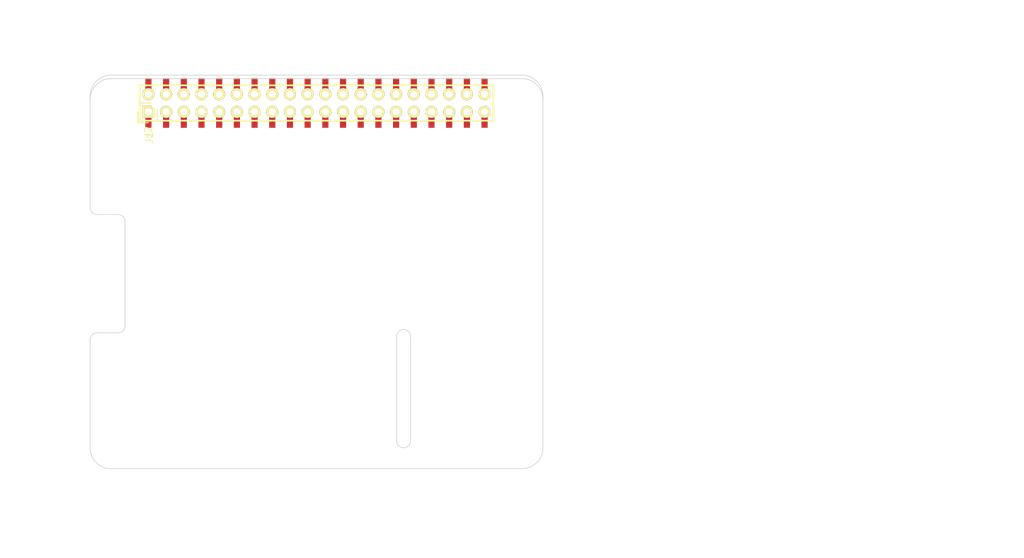
<source format=kicad_pcb>
(kicad_pcb (version 20211014) (generator pcbnew)
  (layers (0 "F.Cu" signal) (31 "B.Cu" signal) (34 "B.Paste" user) (35 "F.Paste" user) (36 "B.SilkS" user "B.Silkscreen") (37 "F.SilkS" user "F.Silkscreen") (38 "B.Mask" user) (39 "F.Mask" user) (44 "Edge.Cuts" user))
  (net 0 "")
  (net 1 "Net-(J1-Pad34)")
  (net 2 "Net-(J1-Pad36)")
  (net 3 "Net-(J1-Pad40)")
  (net 4 "Net-(J1-Pad38)")
  (net 5 "Net-(J1-Pad18)")
  (net 6 "Net-(J1-Pad20)")
  (net 7 "Net-(J1-Pad24)")
  (net 8 "Net-(J1-Pad22)")
  (net 9 "Net-(J1-Pad30)")
  (net 10 "Net-(J1-Pad32)")
  (net 11 "Net-(J1-Pad28)")
  (net 12 "Net-(J1-Pad26)")
  (net 13 "Net-(J1-Pad10)")
  (net 14 "Net-(J1-Pad12)")
  (net 15 "Net-(J1-Pad16)")
  (net 16 "Net-(J1-Pad14)")
  (net 17 "Net-(J1-Pad6)")
  (net 18 "Net-(J1-Pad8)")
  (net 19 "Net-(J1-Pad4)")
  (net 20 "Net-(J1-Pad2)")
  (net 21 "Net-(J1-Pad39)")
  (net 22 "Net-(J1-Pad37)")
  (net 23 "Net-(J1-Pad33)")
  (net 24 "Net-(J1-Pad35)")
  (net 25 "Net-(J1-Pad27)")
  (net 26 "Net-(J1-Pad25)")
  (net 27 "Net-(J1-Pad29)")
  (net 28 "Net-(J1-Pad31)")
  (net 29 "Net-(J1-Pad23)")
  (net 30 "Net-(J1-Pad21)")
  (net 31 "Net-(J1-Pad17)")
  (net 32 "Net-(J1-Pad19)")
  (net 33 "Net-(J1-Pad3)")
  (net 34 "Net-(J1-Pad1)")
  (net 35 "Net-(J1-Pad5)")
  (net 36 "Net-(J1-Pad7)")
  (net 37 "Net-(J1-Pad15)")
  (net 38 "Net-(J1-Pad13)")
  (net 39 "Net-(J1-Pad9)")
  (net 40 "Net-(J1-Pad11)")
  (net 41 "Net-(J2-Pad1)")
  (net 42 "Net-(J2-Pad2)")
  (net 43 "Net-(J2-Pad3)")
  (net 44 "Net-(J2-Pad4)")
  (net 45 "Net-(J2-Pad5)")
  (net 46 "Net-(J2-Pad6)")
  (net 47 "Net-(J2-Pad7)")
  (net 48 "Net-(J2-Pad8)")
  (net 49 "Net-(J2-Pad9)")
  (net 50 "Net-(J2-Pad10)")
  (net 51 "Net-(J2-Pad11)")
  (net 52 "Net-(J2-Pad12)")
  (net 53 "Net-(J2-Pad13)")
  (net 54 "Net-(J2-Pad14)")
  (net 55 "Net-(J2-Pad15)")
  (net 56 "Net-(J2-Pad16)")
  (net 57 "Net-(J2-Pad17)")
  (net 58 "Net-(J2-Pad18)")
  (net 59 "Net-(J2-Pad19)")
  (net 60 "Net-(J2-Pad20)")
  (net 61 "Net-(J2-Pad21)")
  (net 62 "Net-(J2-Pad22)")
  (net 63 "Net-(J2-Pad23)")
  (net 64 "Net-(J2-Pad24)")
  (net 65 "Net-(J2-Pad25)")
  (net 66 "Net-(J2-Pad26)")
  (net 67 "Net-(J2-Pad27)")
  (net 68 "Net-(J2-Pad28)")
  (net 69 "Net-(J2-Pad29)")
  (net 70 "Net-(J2-Pad30)")
  (net 71 "Net-(J2-Pad31)")
  (net 72 "Net-(J2-Pad32)")
  (net 73 "Net-(J2-Pad33)")
  (net 74 "Net-(J2-Pad34)")
  (net 75 "Net-(J2-Pad35)")
  (net 76 "Net-(J2-Pad36)")
  (net 77 "Net-(J2-Pad37)")
  (net 78 "Net-(J2-Pad38)")
  (net 79 "Net-(J2-Pad39)")
  (net 80 "Net-(J2-Pad40)")
  (footprint "RPi_Hat:RPi_Hat_Mounting_Hole" (layer "F.Cu") (at 182.67 77.47)
    (fp_text reference "" hide)
    (fp_text value "" hide)
    (pad "" np_thru_hole circle locked (at 0 0) (size 2.75 2.75) (drill 2.75) (layers *.Cu *.Mask) (clearance 1.725))
  )
  (footprint "RPi_Hat:RPi_Hat_Mounting_Hole" (layer "F.Cu") (at 124.67 77.47)
    (fp_text reference "" hide)
    (fp_text value "" hide)
    (pad "" np_thru_hole circle locked (at 0 0) (size 2.75 2.75) (drill 2.75) (layers *.Cu *.Mask) (clearance 1.725))
  )
  (footprint "RPi_Hat:RPi_Hat_Mounting_Hole" (layer "F.Cu") (at 124.67 126.47)
    (fp_text reference "" hide)
    (fp_text value "" hide)
    (pad "" np_thru_hole circle locked (at 0 0) (size 2.75 2.75) (drill 2.75) (layers *.Cu *.Mask) (clearance 1.725))
  )
  (footprint "RPi_Hat:RPi_Hat_Mounting_Hole" (layer "F.Cu") (at 182.67 126.47)
    (fp_text reference "" hide)
    (fp_text value "" hide)
    (pad "" np_thru_hole circle locked (at 0 0) (size 2.75 2.75) (drill 2.75) (layers *.Cu *.Mask) (clearance 1.725))
  )
  (footprint "RPi_Hat:Pin_Header_Straight_2x20" (layer "F.Cu") (at 153.67 77.47 90)
    (fp_text reference "J2" (at -4.191 -24.13 270) (layer "F.SilkS"))
    (fp_text value "RPi_GPIO")
    (fp_line (start 2.54 -25.4) (end 0 -25.4) (layer "F.SilkS") (width 0.15))
    (fp_line (start 2.54 25.4) (end -2.54 25.4) (layer "F.SilkS") (width 0.15))
    (fp_line (start -2.54 -22.86) (end -2.54 25.4) (layer "F.SilkS") (width 0.15))
    (fp_line (start -1.27 -25.68) (end -2.82 -25.68) (layer "F.SilkS") (width 0.15))
    (fp_line (start 0 -25.4) (end 0 -22.86) (layer "F.SilkS") (width 0.15))
    (fp_line (start 0 -22.86) (end -2.54 -22.86) (layer "F.SilkS") (width 0.15))
    (fp_line (start 2.54 25.4) (end 2.54 -25.4) (layer "F.SilkS") (width 0.15))
    (fp_line (start -2.82 -25.68) (end -2.82 -24.13) (layer "F.SilkS") (width 0.15))
    (pad "1" thru_hole rect locked (at -1.27 -24.13 90) (size 1.7272 1.7272) (drill 1.016) (layers *.Cu *.Mask "F.SilkS") (net 41 "Net-(J2-Pad1)"))
    (pad "2" thru_hole oval locked (at 1.27 -24.13 90) (size 1.7272 1.7272) (drill 1.016) (layers *.Cu *.Mask "F.SilkS") (net 42 "Net-(J2-Pad2)"))
    (pad "3" thru_hole oval locked (at -1.27 -21.59 90) (size 1.7272 1.7272) (drill 1.016) (layers *.Cu *.Mask "F.SilkS") (net 43 "Net-(J2-Pad3)"))
    (pad "4" thru_hole oval locked (at 1.27 -21.59 90) (size 1.7272 1.7272) (drill 1.016) (layers *.Cu *.Mask "F.SilkS") (net 44 "Net-(J2-Pad4)"))
    (pad "5" thru_hole oval locked (at -1.27 -19.05 90) (size 1.7272 1.7272) (drill 1.016) (layers *.Cu *.Mask "F.SilkS") (net 45 "Net-(J2-Pad5)"))
    (pad "6" thru_hole oval locked (at 1.27 -19.05 90) (size 1.7272 1.7272) (drill 1.016) (layers *.Cu *.Mask "F.SilkS") (net 46 "Net-(J2-Pad6)"))
    (pad "7" thru_hole oval locked (at -1.27 -16.51 90) (size 1.7272 1.7272) (drill 1.016) (layers *.Cu *.Mask "F.SilkS") (net 47 "Net-(J2-Pad7)"))
    (pad "8" thru_hole oval locked (at 1.27 -16.51 90) (size 1.7272 1.7272) (drill 1.016) (layers *.Cu *.Mask "F.SilkS") (net 48 "Net-(J2-Pad8)"))
    (pad "9" thru_hole oval locked (at -1.27 -13.97 90) (size 1.7272 1.7272) (drill 1.016) (layers *.Cu *.Mask "F.SilkS") (net 49 "Net-(J2-Pad9)"))
    (pad "10" thru_hole oval locked (at 1.27 -13.97 90) (size 1.7272 1.7272) (drill 1.016) (layers *.Cu *.Mask "F.SilkS") (net 50 "Net-(J2-Pad10)"))
    (pad "11" thru_hole oval locked (at -1.27 -11.43 90) (size 1.7272 1.7272) (drill 1.016) (layers *.Cu *.Mask "F.SilkS") (net 51 "Net-(J2-Pad11)"))
    (pad "12" thru_hole oval locked (at 1.27 -11.43 90) (size 1.7272 1.7272) (drill 1.016) (layers *.Cu *.Mask "F.SilkS") (net 52 "Net-(J2-Pad12)"))
    (pad "13" thru_hole oval locked (at -1.27 -8.89 90) (size 1.7272 1.7272) (drill 1.016) (layers *.Cu *.Mask "F.SilkS") (net 53 "Net-(J2-Pad13)"))
    (pad "14" thru_hole oval locked (at 1.27 -8.89 90) (size 1.7272 1.7272) (drill 1.016) (layers *.Cu *.Mask "F.SilkS") (net 54 "Net-(J2-Pad14)"))
    (pad "15" thru_hole oval locked (at -1.27 -6.35 90) (size 1.7272 1.7272) (drill 1.016) (layers *.Cu *.Mask "F.SilkS") (net 55 "Net-(J2-Pad15)"))
    (pad "16" thru_hole oval locked (at 1.27 -6.35 90) (size 1.7272 1.7272) (drill 1.016) (layers *.Cu *.Mask "F.SilkS") (net 56 "Net-(J2-Pad16)"))
    (pad "17" thru_hole oval locked (at -1.27 -3.81 90) (size 1.7272 1.7272) (drill 1.016) (layers *.Cu *.Mask "F.SilkS") (net 57 "Net-(J2-Pad17)"))
    (pad "18" thru_hole oval locked (at 1.27 -3.81 90) (size 1.7272 1.7272) (drill 1.016) (layers *.Cu *.Mask "F.SilkS") (net 58 "Net-(J2-Pad18)"))
    (pad "19" thru_hole oval locked (at -1.27 -1.27 90) (size 1.7272 1.7272) (drill 1.016) (layers *.Cu *.Mask "F.SilkS") (net 59 "Net-(J2-Pad19)"))
    (pad "20" thru_hole oval locked (at 1.27 -1.27 90) (size 1.7272 1.7272) (drill 1.016) (layers *.Cu *.Mask "F.SilkS") (net 60 "Net-(J2-Pad20)"))
    (pad "21" thru_hole oval locked (at -1.27 1.27 90) (size 1.7272 1.7272) (drill 1.016) (layers *.Cu *.Mask "F.SilkS") (net 61 "Net-(J2-Pad21)"))
    (pad "22" thru_hole oval locked (at 1.27 1.27 90) (size 1.7272 1.7272) (drill 1.016) (layers *.Cu *.Mask "F.SilkS") (net 62 "Net-(J2-Pad22)"))
    (pad "23" thru_hole oval locked (at -1.27 3.81 90) (size 1.7272 1.7272) (drill 1.016) (layers *.Cu *.Mask "F.SilkS") (net 63 "Net-(J2-Pad23)"))
    (pad "24" thru_hole oval locked (at 1.27 3.81 90) (size 1.7272 1.7272) (drill 1.016) (layers *.Cu *.Mask "F.SilkS") (net 64 "Net-(J2-Pad24)"))
    (pad "25" thru_hole oval locked (at -1.27 6.35 90) (size 1.7272 1.7272) (drill 1.016) (layers *.Cu *.Mask "F.SilkS") (net 65 "Net-(J2-Pad25)"))
    (pad "26" thru_hole oval locked (at 1.27 6.35 90) (size 1.7272 1.7272) (drill 1.016) (layers *.Cu *.Mask "F.SilkS") (net 66 "Net-(J2-Pad26)"))
    (pad "27" thru_hole oval locked (at -1.27 8.89 90) (size 1.7272 1.7272) (drill 1.016) (layers *.Cu *.Mask "F.SilkS") (net 67 "Net-(J2-Pad27)"))
    (pad "28" thru_hole oval locked (at 1.27 8.89 90) (size 1.7272 1.7272) (drill 1.016) (layers *.Cu *.Mask "F.SilkS") (net 68 "Net-(J2-Pad28)"))
    (pad "29" thru_hole oval locked (at -1.27 11.43 90) (size 1.7272 1.7272) (drill 1.016) (layers *.Cu *.Mask "F.SilkS") (net 69 "Net-(J2-Pad29)"))
    (pad "30" thru_hole oval locked (at 1.27 11.43 90) (size 1.7272 1.7272) (drill 1.016) (layers *.Cu *.Mask "F.SilkS") (net 70 "Net-(J2-Pad30)"))
    (pad "31" thru_hole oval locked (at -1.27 13.97 90) (size 1.7272 1.7272) (drill 1.016) (layers *.Cu *.Mask "F.SilkS") (net 71 "Net-(J2-Pad31)"))
    (pad "32" thru_hole oval locked (at 1.27 13.97 90) (size 1.7272 1.7272) (drill 1.016) (layers *.Cu *.Mask "F.SilkS") (net 72 "Net-(J2-Pad32)"))
    (pad "33" thru_hole oval locked (at -1.27 16.51 90) (size 1.7272 1.7272) (drill 1.016) (layers *.Cu *.Mask "F.SilkS") (net 73 "Net-(J2-Pad33)"))
    (pad "34" thru_hole oval locked (at 1.27 16.51 90) (size 1.7272 1.7272) (drill 1.016) (layers *.Cu *.Mask "F.SilkS") (net 74 "Net-(J2-Pad34)"))
    (pad "35" thru_hole oval locked (at -1.27 19.05 90) (size 1.7272 1.7272) (drill 1.016) (layers *.Cu *.Mask "F.SilkS") (net 75 "Net-(J2-Pad35)"))
    (pad "36" thru_hole oval locked (at 1.27 19.05 90) (size 1.7272 1.7272) (drill 1.016) (layers *.Cu *.Mask "F.SilkS") (net 76 "Net-(J2-Pad36)"))
    (pad "37" thru_hole oval locked (at -1.27 21.59 90) (size 1.7272 1.7272) (drill 1.016) (layers *.Cu *.Mask "F.SilkS") (net 77 "Net-(J2-Pad37)"))
    (pad "38" thru_hole oval locked (at 1.27 21.59 90) (size 1.7272 1.7272) (drill 1.016) (layers *.Cu *.Mask "F.SilkS") (net 78 "Net-(J2-Pad38)"))
    (pad "39" thru_hole oval locked (at -1.27 24.13 90) (size 1.7272 1.7272) (drill 1.016) (layers *.Cu *.Mask "F.SilkS") (net 79 "Net-(J2-Pad39)"))
    (pad "40" thru_hole oval locked (at 1.27 24.13 90) (size 1.7272 1.7272) (drill 1.016) (layers *.Cu *.Mask "F.SilkS") (net 80 "Net-(J2-Pad40)"))
  )
  (footprint "RPi_Hat:Samtec_HLE-120-02-XXX-DV-BE-XX-XX" (layer "F.Cu") (at 153.67 77.47 90)
    (fp_text reference "J1" (at -5 -24 90) (layer "F.SilkS"))
    (fp_text value "RPi_GPIO")
    (fp_line (start 2.54 25.4) (end -2.54 25.4) (layer "F.SilkS") (width 0.254))
    (fp_line (start 2.54 -25.4) (end 2.54 25.4) (layer "F.SilkS") (width 0.254))
    (fp_line (start -2.54 -25.4) (end 2.54 -25.4) (layer "F.SilkS") (width 0.254))
    (fp_line (start -2.54 25.4) (end -2.54 -25.4) (layer "F.SilkS") (width 0.254))
    (pad "" np_thru_hole circle locked (at 1.27 6.35) (size 0.9652 0.9652) (drill 0.9652) (layers *.Cu *.Mask "F.SilkS"))
    (pad "" np_thru_hole circle locked (at -1.27 16.51) (size 0.9652 0.9652) (drill 0.9652) (layers *.Cu *.Mask "F.SilkS"))
    (pad "" np_thru_hole circle locked (at -1.27 -16.51) (size 0.9652 0.9652) (drill 0.9652) (layers *.Cu *.Mask "F.SilkS"))
    (pad "" np_thru_hole circle locked (at 1.27 8.89) (size 0.9652 0.9652) (drill 0.9652) (layers *.Cu *.Mask "F.SilkS"))
    (pad "" np_thru_hole circle locked (at 0 -22.86) (size 1.778 1.778) (drill 1.778) (layers *.Cu *.Mask "F.SilkS"))
    (pad "" np_thru_hole circle locked (at -1.27 8.89) (size 0.9652 0.9652) (drill 0.9652) (layers *.Cu *.Mask "F.SilkS"))
    (pad "" np_thru_hole circle locked (at 1.27 3.81) (size 0.9652 0.9652) (drill 0.9652) (layers *.Cu *.Mask "F.SilkS"))
    (pad "" np_thru_hole circle locked (at -1.27 19.05) (size 0.9652 0.9652) (drill 0.9652) (layers *.Cu *.Mask "F.SilkS"))
    (pad "" np_thru_hole circle locked (at 1.27 -6.35) (size 0.9652 0.9652) (drill 0.9652) (layers *.Cu *.Mask "F.SilkS"))
    (pad "" np_thru_hole circle locked (at 1.27 -13.97) (size 0.9652 0.9652) (drill 0.9652) (layers *.Cu *.Mask "F.SilkS"))
    (pad "" np_thru_hole circle locked (at 1.27 -21.59) (size 0.9652 0.9652) (drill 0.9652) (layers *.Cu *.Mask "F.SilkS"))
    (pad "" np_thru_hole circle locked (at 1.27 24.13) (size 0.9652 0.9652) (drill 0.9652) (layers *.Cu *.Mask "F.SilkS"))
    (pad "" np_thru_hole circle locked (at 1.27 -19.05) (size 0.9652 0.9652) (drill 0.9652) (layers *.Cu *.Mask "F.SilkS"))
    (pad "" np_thru_hole circle locked (at -1.27 -1.27) (size 0.9652 0.9652) (drill 0.9652) (layers *.Cu *.Mask "F.SilkS"))
    (pad "" np_thru_hole circle locked (at -1.27 -11.43) (size 0.9652 0.9652) (drill 0.9652) (layers *.Cu *.Mask "F.SilkS"))
    (pad "" np_thru_hole circle locked (at 1.27 19.05) (size 0.9652 0.9652) (drill 0.9652) (layers *.Cu *.Mask "F.SilkS"))
    (pad "" np_thru_hole circle locked (at -1.27 6.35) (size 0.9652 0.9652) (drill 0.9652) (layers *.Cu *.Mask "F.SilkS"))
    (pad "" np_thru_hole circle locked (at -1.27 3.81) (size 0.9652 0.9652) (drill 0.9652) (layers *.Cu *.Mask "F.SilkS"))
    (pad "" np_thru_hole circle locked (at -1.27 -13.97) (size 0.9652 0.9652) (drill 0.9652) (layers *.Cu *.Mask "F.SilkS"))
    (pad "" np_thru_hole circle locked (at 1.27 -16.51) (size 0.9652 0.9652) (drill 0.9652) (layers *.Cu *.Mask "F.SilkS"))
    (pad "" np_thru_hole circle locked (at 1.27 21.59) (size 0.9652 0.9652) (drill 0.9652) (layers *.Cu *.Mask "F.SilkS"))
    (pad "" np_thru_hole circle locked (at 1.27 11.43) (size 0.9652 0.9652) (drill 0.9652) (layers *.Cu *.Mask "F.SilkS"))
    (pad "" np_thru_hole circle locked (at 0 22.86) (size 1.778 1.778) (drill 1.778) (layers *.Cu *.Mask "F.SilkS"))
    (pad "" np_thru_hole circle locked (at 1.27 -3.81) (size 0.9652 0.9652) (drill 0.9652) (layers *.Cu *.Mask "F.SilkS"))
    (pad "" np_thru_hole circle locked (at 1.27 16.51) (size 0.9652 0.9652) (drill 0.9652) (layers *.Cu *.Mask "F.SilkS"))
    (pad "" np_thru_hole circle locked (at -1.27 -6.35) (size 0.9652 0.9652) (drill 0.9652) (layers *.Cu *.Mask "F.SilkS"))
    (pad "" np_thru_hole circle locked (at 1.27 13.97) (size 0.9652 0.9652) (drill 0.9652) (layers *.Cu *.Mask "F.SilkS"))
    (pad "" np_thru_hole circle locked (at -1.27 -24.13) (size 0.9652 0.9652) (drill 0.9652) (layers *.Cu *.Mask "F.SilkS"))
    (pad "" np_thru_hole circle locked (at -1.27 24.13) (size 0.9652 0.9652) (drill 0.9652) (layers *.Cu *.Mask "F.SilkS"))
    (pad "" np_thru_hole circle locked (at -1.27 13.97) (size 0.9652 0.9652) (drill 0.9652) (layers *.Cu *.Mask "F.SilkS"))
    (pad "" np_thru_hole circle locked (at -1.27 11.43) (size 0.9652 0.9652) (drill 0.9652) (layers *.Cu *.Mask "F.SilkS"))
    (pad "" np_thru_hole circle locked (at -1.27 1.27) (size 0.9652 0.9652) (drill 0.9652) (layers *.Cu *.Mask "F.SilkS"))
    (pad "" np_thru_hole circle locked (at 1.27 -24.13) (size 0.9652 0.9652) (drill 0.9652) (layers *.Cu *.Mask "F.SilkS"))
    (pad "" np_thru_hole circle locked (at 1.27 -11.43) (size 0.9652 0.9652) (drill 0.9652) (layers *.Cu *.Mask "F.SilkS"))
    (pad "" np_thru_hole circle locked (at 1.27 -8.89) (size 0.9652 0.9652) (drill 0.9652) (layers *.Cu *.Mask "F.SilkS"))
    (pad "" np_thru_hole circle locked (at -1.27 21.59) (size 0.9652 0.9652) (drill 0.9652) (layers *.Cu *.Mask "F.SilkS"))
    (pad "" np_thru_hole circle locked (at -1.27 -8.89) (size 0.9652 0.9652) (drill 0.9652) (layers *.Cu *.Mask "F.SilkS"))
    (pad "" np_thru_hole circle locked (at -1.27 -21.59) (size 0.9652 0.9652) (drill 0.9652) (layers *.Cu *.Mask "F.SilkS"))
    (pad "" np_thru_hole circle locked (at 1.27 -1.27) (size 0.9652 0.9652) (drill 0.9652) (layers *.Cu *.Mask "F.SilkS"))
    (pad "" np_thru_hole circle locked (at -1.27 -3.81) (size 0.9652 0.9652) (drill 0.9652) (layers *.Cu *.Mask "F.SilkS"))
    (pad "" np_thru_hole circle locked (at 1.27 1.27) (size 0.9652 0.9652) (drill 0.9652) (layers *.Cu *.Mask "F.SilkS"))
    (pad "" np_thru_hole circle locked (at -1.27 -19.05) (size 0.9652 0.9652) (drill 0.9652) (layers *.Cu *.Mask "F.SilkS"))
    (pad "1" smd rect locked (at -2.7178 -24.13 180) (size 0.889 1.6764) (layers "F.Cu" "F.Paste" "F.Mask") (net 34 "Net-(J1-Pad1)"))
    (pad "2" smd rect locked (at 2.7178 -24.13 180) (size 0.889 1.6764) (layers "F.Cu" "F.Paste" "F.Mask") (net 20 "Net-(J1-Pad2)"))
    (pad "3" smd rect locked (at -2.7178 -21.59 180) (size 0.889 1.6764) (layers "F.Cu" "F.Paste" "F.Mask") (net 33 "Net-(J1-Pad3)"))
    (pad "4" smd rect locked (at 2.7178 -21.59 180) (size 0.889 1.6764) (layers "F.Cu" "F.Paste" "F.Mask") (net 19 "Net-(J1-Pad4)"))
    (pad "5" smd rect locked (at -2.7178 -19.05 180) (size 0.889 1.6764) (layers "F.Cu" "F.Paste" "F.Mask") (net 35 "Net-(J1-Pad5)"))
    (pad "6" smd rect locked (at 2.7178 -19.05 180) (size 0.889 1.6764) (layers "F.Cu" "F.Paste" "F.Mask") (net 17 "Net-(J1-Pad6)"))
    (pad "7" smd rect locked (at -2.7178 -16.51 180) (size 0.889 1.6764) (layers "F.Cu" "F.Paste" "F.Mask") (net 36 "Net-(J1-Pad7)"))
    (pad "8" smd rect locked (at 2.7178 -16.51 180) (size 0.889 1.6764) (layers "F.Cu" "F.Paste" "F.Mask") (net 18 "Net-(J1-Pad8)"))
    (pad "9" smd rect locked (at -2.7178 -13.97 180) (size 0.889 1.6764) (layers "F.Cu" "F.Paste" "F.Mask") (net 39 "Net-(J1-Pad9)"))
    (pad "10" smd rect locked (at 2.7178 -13.97 180) (size 0.889 1.6764) (layers "F.Cu" "F.Paste" "F.Mask") (net 13 "Net-(J1-Pad10)"))
    (pad "11" smd rect locked (at -2.7178 -11.43 180) (size 0.889 1.6764) (layers "F.Cu" "F.Paste" "F.Mask") (net 40 "Net-(J1-Pad11)"))
    (pad "12" smd rect locked (at 2.7178 -11.43 180) (size 0.889 1.6764) (layers "F.Cu" "F.Paste" "F.Mask") (net 14 "Net-(J1-Pad12)"))
    (pad "13" smd rect locked (at -2.7178 -8.89 180) (size 0.889 1.6764) (layers "F.Cu" "F.Paste" "F.Mask") (net 38 "Net-(J1-Pad13)"))
    (pad "14" smd rect locked (at 2.7178 -8.89 180) (size 0.889 1.6764) (layers "F.Cu" "F.Paste" "F.Mask") (net 16 "Net-(J1-Pad14)"))
    (pad "15" smd rect locked (at -2.7178 -6.35 180) (size 0.889 1.6764) (layers "F.Cu" "F.Paste" "F.Mask") (net 37 "Net-(J1-Pad15)"))
    (pad "16" smd rect locked (at 2.7178 -6.35 180) (size 0.889 1.6764) (layers "F.Cu" "F.Paste" "F.Mask") (net 15 "Net-(J1-Pad16)"))
    (pad "17" smd rect locked (at -2.7178 -3.81 180) (size 0.889 1.6764) (layers "F.Cu" "F.Paste" "F.Mask") (net 31 "Net-(J1-Pad17)"))
    (pad "18" smd rect locked (at 2.7178 -3.81 180) (size 0.889 1.6764) (layers "F.Cu" "F.Paste" "F.Mask") (net 5 "Net-(J1-Pad18)"))
    (pad "19" smd rect locked (at -2.7178 -1.27 180) (size 0.889 1.6764) (layers "F.Cu" "F.Paste" "F.Mask") (net 32 "Net-(J1-Pad19)"))
    (pad "20" smd rect locked (at 2.7178 -1.27 180) (size 0.889 1.6764) (layers "F.Cu" "F.Paste" "F.Mask") (net 6 "Net-(J1-Pad20)"))
    (pad "21" smd rect locked (at -2.7178 1.27 180) (size 0.889 1.6764) (layers "F.Cu" "F.Paste" "F.Mask") (net 30 "Net-(J1-Pad21)"))
    (pad "22" smd rect locked (at 2.7178 1.27 180) (size 0.889 1.6764) (layers "F.Cu" "F.Paste" "F.Mask") (net 8 "Net-(J1-Pad22)"))
    (pad "23" smd rect locked (at -2.7178 3.81 180) (size 0.889 1.6764) (layers "F.Cu" "F.Paste" "F.Mask") (net 29 "Net-(J1-Pad23)"))
    (pad "24" smd rect locked (at 2.7178 3.81 180) (size 0.889 1.6764) (layers "F.Cu" "F.Paste" "F.Mask") (net 7 "Net-(J1-Pad24)"))
    (pad "25" smd rect locked (at -2.7178 6.35 180) (size 0.889 1.6764) (layers "F.Cu" "F.Paste" "F.Mask") (net 26 "Net-(J1-Pad25)"))
    (pad "26" smd rect locked (at 2.7178 6.35 180) (size 0.889 1.6764) (layers "F.Cu" "F.Paste" "F.Mask") (net 12 "Net-(J1-Pad26)"))
    (pad "27" smd rect locked (at -2.7178 8.89 180) (size 0.889 1.6764) (layers "F.Cu" "F.Paste" "F.Mask") (net 25 "Net-(J1-Pad27)"))
    (pad "28" smd rect locked (at 2.7178 8.89 180) (size 0.889 1.6764) (layers "F.Cu" "F.Paste" "F.Mask") (net 11 "Net-(J1-Pad28)"))
    (pad "29" smd rect locked (at -2.7178 11.43 180) (size 0.889 1.6764) (layers "F.Cu" "F.Paste" "F.Mask") (net 27 "Net-(J1-Pad29)"))
    (pad "30" smd rect locked (at 2.7178 11.43 180) (size 0.889 1.6764) (layers "F.Cu" "F.Paste" "F.Mask") (net 9 "Net-(J1-Pad30)"))
    (pad "31" smd rect locked (at -2.7178 13.97 180) (size 0.889 1.6764) (layers "F.Cu" "F.Paste" "F.Mask") (net 28 "Net-(J1-Pad31)"))
    (pad "32" smd rect locked (at 2.7178 13.97 180) (size 0.889 1.6764) (layers "F.Cu" "F.Paste" "F.Mask") (net 10 "Net-(J1-Pad32)"))
    (pad "33" smd rect locked (at -2.7178 16.51 180) (size 0.889 1.6764) (layers "F.Cu" "F.Paste" "F.Mask") (net 23 "Net-(J1-Pad33)"))
    (pad "34" smd rect locked (at 2.7178 16.51 180) (size 0.889 1.6764) (layers "F.Cu" "F.Paste" "F.Mask") (net 1 "Net-(J1-Pad34)"))
    (pad "35" smd rect locked (at -2.7178 19.05 180) (size 0.889 1.6764) (layers "F.Cu" "F.Paste" "F.Mask") (net 24 "Net-(J1-Pad35)"))
    (pad "36" smd rect locked (at 2.7178 19.05 180) (size 0.889 1.6764) (layers "F.Cu" "F.Paste" "F.Mask") (net 2 "Net-(J1-Pad36)"))
    (pad "37" smd rect locked (at -2.7178 21.59 180) (size 0.889 1.6764) (layers "F.Cu" "F.Paste" "F.Mask") (net 22 "Net-(J1-Pad37)"))
    (pad "38" smd rect locked (at 2.7178 21.59 180) (size 0.889 1.6764) (layers "F.Cu" "F.Paste" "F.Mask") (net 4 "Net-(J1-Pad38)"))
    (pad "39" smd rect locked (at -2.7178 24.13 180) (size 0.889 1.6764) (layers "F.Cu" "F.Paste" "F.Mask") (net 21 "Net-(J1-Pad39)"))
    (pad "40" smd rect locked (at 2.7178 24.13 180) (size 0.889 1.6764) (layers "F.Cu" "F.Paste" "F.Mask") (net 3 "Net-(J1-Pad40)"))
  )
  (gr_arc (start 183.17 73.47) (mid 185.29132 74.34868) (end 186.17 76.47) (layer "Edge.Cuts") (width 0.1))
  (gr_arc (start 121.17 76.47) (mid 122.04868 74.34868) (end 124.17 73.47) (layer "Edge.Cuts") (width 0.1))
  (gr_arc (start 124.17 129.97) (mid 122.04868 129.09132) (end 121.17 126.97) (layer "Edge.Cuts") (width 0.1))
  (gr_arc (start 186.17 126.97) (mid 185.29132 129.09132) (end 183.17 129.97) (layer "Edge.Cuts") (width 0.1))
  (gr_arc (start 122.17 93.47) (mid 121.462893 93.177107) (end 121.17 92.47) (layer "Edge.Cuts") (width 0.1))
  (gr_arc (start 125.17 93.47) (mid 125.877107 93.762893) (end 126.17 94.47) (layer "Edge.Cuts") (width 0.1))
  (gr_arc (start 126.17 109.47) (mid 125.877107 110.177107) (end 125.17 110.47) (layer "Edge.Cuts") (width 0.1))
  (gr_arc (start 121.17 111.47) (mid 121.462893 110.762893) (end 122.17 110.47) (layer "Edge.Cuts") (width 0.1))
  (gr_line (start 167.17 110.97) (end 167.17 125.97) (layer "Edge.Cuts") (width 0.1))
  (gr_arc (start 167.17 125.97) (mid 166.17 126.97) (end 165.17 125.97) (layer "Edge.Cuts") (width 0.1))
  (gr_arc (start 121.17 76.97) (mid 122.04868 74.84868) (end 124.17 73.97) (layer "Edge.Cuts") (width 0.1))
  (gr_line (start 124.17 73.97) (end 183.17 73.97) (layer "Edge.Cuts") (width 0.1))
  (gr_arc (start 183.17 73.97) (mid 185.29132 74.84868) (end 186.17 76.97) (layer "Edge.Cuts") (width 0.1))
  (gr_line (start 124.17 73.47) (end 183.17 73.47) (layer "Edge.Cuts") (width 0.1))
  (gr_line (start 122.17 110.47) (end 125.17 110.47) (layer "Edge.Cuts") (width 0.1))
  (gr_line (start 122.17 93.47) (end 125.17 93.47) (layer "Edge.Cuts") (width 0.1))
  (gr_line (start 165.17 110.97) (end 165.17 125.97) (layer "Edge.Cuts") (width 0.1))
  (gr_arc (start 165.17 110.97) (mid 166.17 109.97) (end 167.17 110.97) (layer "Edge.Cuts") (width 0.1))
  (gr_line (start 124.17 129.97) (end 183.17 129.97) (layer "Edge.Cuts") (width 0.1))
  (gr_line (start 126.17 94.47) (end 126.17 109.47) (layer "Edge.Cuts") (width 0.1))
  (gr_line (start 121.17 111.47) (end 121.17 126.97) (layer "Edge.Cuts") (width 0.1))
  (gr_line (start 186.17 76.47) (end 186.17 126.97) (layer "Edge.Cuts") (width 0.1))
  (gr_line (start 121.17 76.47) (end 121.17 92.47) (layer "Edge.Cuts") (width 0.1))
)
</source>
